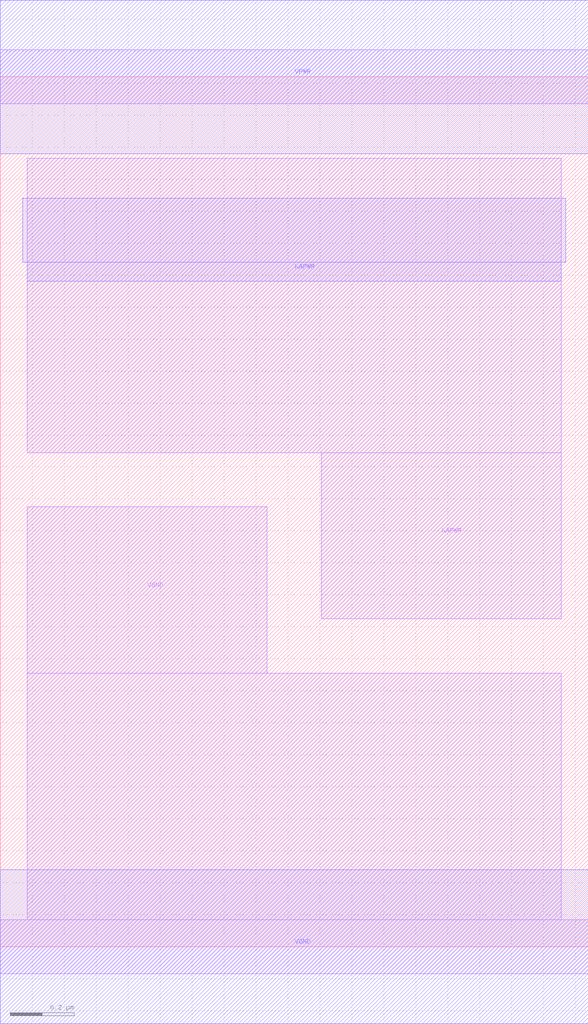
<source format=lef>
# Copyright 2020 The SkyWater PDK Authors
#
# Licensed under the Apache License, Version 2.0 (the "License");
# you may not use this file except in compliance with the License.
# You may obtain a copy of the License at
#
#     https://www.apache.org/licenses/LICENSE-2.0
#
# Unless required by applicable law or agreed to in writing, software
# distributed under the License is distributed on an "AS IS" BASIS,
# WITHOUT WARRANTIES OR CONDITIONS OF ANY KIND, either express or implied.
# See the License for the specific language governing permissions and
# limitations under the License.
#
# SPDX-License-Identifier: Apache-2.0

VERSION 5.5 ;
NAMESCASESENSITIVE ON ;
BUSBITCHARS "[]" ;
DIVIDERCHAR "/" ;
MACRO sky130_fd_sc_hd__lpflow_decapkapwr_4
  CLASS CORE ;
  SOURCE USER ;
  ORIGIN  0.000000  0.000000 ;
  SIZE  1.840000 BY  2.720000 ;
  SYMMETRY X Y R90 ;
  SITE unithd ;
  PIN KAPWR
    DIRECTION INOUT ;
    SHAPE ABUTMENT ;
    USE POWER ;
    PORT
      LAYER li1 ;
        RECT 0.085000 1.545000 1.755000 2.465000 ;
        RECT 1.005000 1.025000 1.755000 1.545000 ;
    END
    PORT
      LAYER met1 ;
        RECT 0.070000 2.140000 1.770000 2.340000 ;
        RECT 0.085000 2.080000 1.755000 2.140000 ;
    END
  END KAPWR
  PIN VGND
    DIRECTION INOUT ;
    SHAPE ABUTMENT ;
    USE GROUND ;
    PORT
      LAYER li1 ;
        RECT 0.000000 -0.085000 1.840000 0.085000 ;
        RECT 0.085000  0.085000 1.755000 0.855000 ;
        RECT 0.085000  0.855000 0.835000 1.375000 ;
    END
    PORT
      LAYER met1 ;
        RECT 0.000000 -0.240000 1.840000 0.240000 ;
    END
  END VGND
  PIN VNB
    DIRECTION INOUT ;
    USE GROUND ;
    PORT
    END
  END VNB
  PIN VPB
    DIRECTION INOUT ;
    USE POWER ;
    PORT
    END
  END VPB
  PIN VPWR
    DIRECTION INOUT ;
    SHAPE ABUTMENT ;
    USE POWER ;
    PORT
      LAYER li1 ;
        RECT 0.000000 2.635000 1.840000 2.805000 ;
    END
    PORT
      LAYER met1 ;
        RECT 0.000000 2.480000 1.840000 2.960000 ;
    END
  END VPWR
  OBS
  END
END sky130_fd_sc_hd__lpflow_decapkapwr_4
END LIBRARY

</source>
